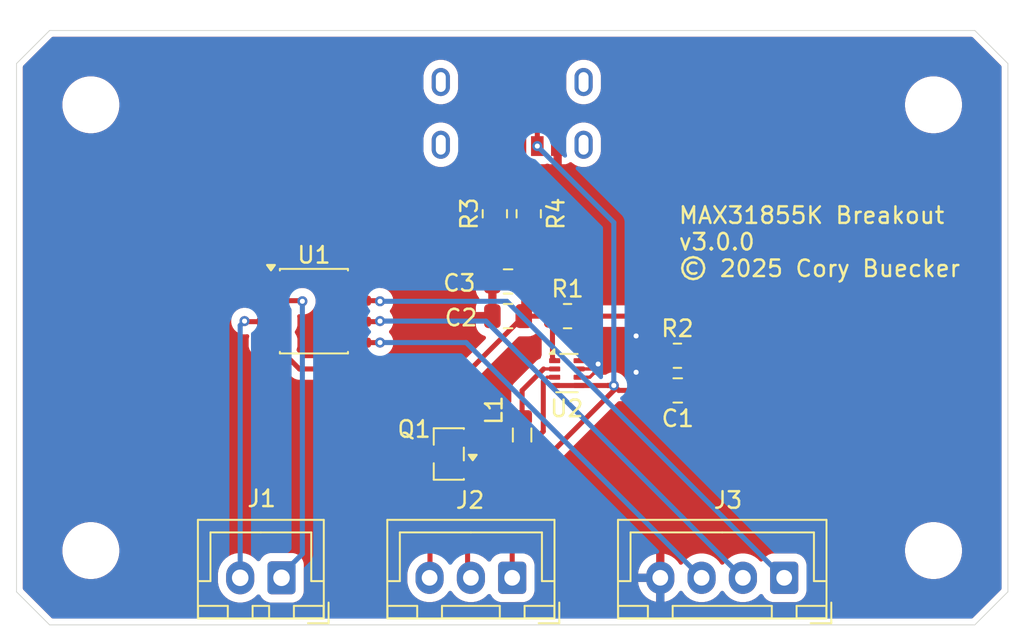
<source format=kicad_pcb>
(kicad_pcb (version 20241229) (generator "pcbnew") (generator_version "9.0")
  (title_block (title "MAX31855K Breakout") (date "2025-11-27") (rev "v3.0.0") (company "Cory Buecker") (comment 1 "© 2025 Stanton Cory Buecker"))
  (layers (0 "F.Cu" signal) (2 "B.Cu" signal) (13 "F.Paste" user) (15 "B.Paste" user) (5 "F.SilkS" user "F.Silkscreen") (7 "B.SilkS" user "B.Silkscreen") (1 "F.Mask" user) (3 "B.Mask" user) (25 "Edge.Cuts" user))
  (net 0 "")
  (net 1 "GND")
  (net 2 "Net-(U1-V_{CC})")
  (net 3 "Net-(J1-T+)")
  (net 4 "Net-(J1-T-)")
  (net 5 "Net-(U2-LX2)")
  (net 6 "Net-(U2-LX1)")
  (net 7 "Net-(U2-FB)")
  (net 9 "Net-(USB_C1-CC2)")
  (net 10 "Net-(USB_C1-CC1)")
  (net 11 "Net-(J2-+5V)")
  (net 12 "Net-(J2-GND)")
  (net 13 "Net-(J2-Signal)")
  (net 14 "Net-(J3-~{CS})")
  (net 15 "Net-(J3-SO)")
  (net 16 "Net-(J3-SCK)")
  (footprint "Package_TO_SOT_SMD:SOT-23-3" (layer "F.Cu") (at 133.1625 135.65 180)
    (property "Reference" "Q1" (at 2.1 1.5 0) (layer "F.SilkS"))
    (property "Value" "Q_NMOS_GSD")
    (fp_line (start 0.91 1.56) (end -0.91 1.56) (stroke (width 0.12)) (layer "F.SilkS"))
    (fp_line (start 0.91 0.56) (end 0.91 1.56) (stroke (width 0.12)) (layer "F.SilkS"))
    (fp_line (start 0.91 -1.56) (end 0.91 -0.56) (stroke (width 0.12)) (layer "F.SilkS"))
    (fp_line (start -0.91 1.56) (end -0.91 1.51) (stroke (width 0.12)) (layer "F.SilkS"))
    (fp_line (start -0.91 0.39) (end -0.91 -0.39) (stroke (width 0.12)) (layer "F.SilkS"))
    (fp_line (start -0.91 -1.51) (end -0.91 -1.56) (stroke (width 0.12)) (layer "F.SilkS"))
    (fp_line (start -0.91 -1.56) (end 0.91 -1.56) (stroke (width 0.12)) (layer "F.SilkS"))
    (fp_poly (pts (xy -1.45 -0.38) (xy -1.21 -0.05) (xy -1.69 -0.05)) (stroke (width 0.12)) (fill yes) (layer "F.SilkS"))
    (pad "1" smd roundrect (at -1.1375 -0.95 180) (size 1.325 0.6) (layers "F.Cu" "F.Mask" "F.Paste") (net 13 "Net-(J2-Signal)"))
    (pad "2" smd roundrect (at -1.1375 0.95 180) (size 1.325 0.6) (layers "F.Cu" "F.Mask" "F.Paste") (net 1 "GND"))
    (pad "3" smd roundrect (at 1.1375 0 180) (size 1.325 0.6) (layers "F.Cu" "F.Mask" "F.Paste") (net 12 "Net-(J2-GND)"))
  )
  (footprint "Resistor_SMD:R_0805_2012Metric" (layer "F.Cu") (at 147 129.7)
    (property "Reference" "R2" (at 0 -1.65 0) (layer "F.SilkS"))
    (property "Value" "91")
    (fp_line (start -0.227064 -0.735) (end 0.227064 -0.735) (stroke (width 0.12)) (layer "F.SilkS"))
    (fp_line (start -0.227064 0.735) (end 0.227064 0.735) (stroke (width 0.12)) (layer "F.SilkS"))
    (pad "1" smd roundrect (at -0.9125 0) (size 1.025 1.4) (layers "F.Cu" "F.Mask" "F.Paste") (roundrect_rratio 0.243902) (net 7 "Net-(U2-FB)"))
    (pad "2" smd roundrect (at 0.9125 0) (size 1.025 1.4) (layers "F.Cu" "F.Mask" "F.Paste") (roundrect_rratio 0.243902) (net 1 "GND"))
  )
  (footprint "Connector_JST:JST_XH_B3B-XH-A_1x03_P2.50mm_Vertical" (layer "F.Cu") (at 137 143.15 180)
    (property "Reference" "J2" (at 2.55 4.7 0) (layer "F.SilkS"))
    (property "Value" "Conn_01x03_Socket")
    (fp_line (start 7.56 3.51) (end 7.56 -2.46) (stroke (width 0.12)) (layer "F.SilkS"))
    (fp_line (start 7.56 -2.46) (end -2.56 -2.46) (stroke (width 0.12)) (layer "F.SilkS"))
    (fp_line (start 7.55 -0.2) (end 6.8 -0.2) (stroke (width 0.12)) (layer "F.SilkS"))
    (fp_line (start 7.55 -1.7) (end 7.55 -2.45) (stroke (width 0.12)) (layer "F.SilkS"))
    (fp_line (start 7.55 -2.45) (end 5.75 -2.45) (stroke (width 0.12)) (layer "F.SilkS"))
    (fp_line (start 6.8 2.75) (end 2.5 2.75) (stroke (width 0.12)) (layer "F.SilkS"))
    (fp_line (start 6.8 -0.2) (end 6.8 2.75) (stroke (width 0.12)) (layer "F.SilkS"))
    (fp_line (start 5.75 -1.7) (end 7.55 -1.7) (stroke (width 0.12)) (layer "F.SilkS"))
    (fp_line (start 5.75 -2.45) (end 5.75 -1.7) (stroke (width 0.12)) (layer "F.SilkS"))
    (fp_line (start 4.25 -1.7) (end 4.25 -2.45) (stroke (width 0.12)) (layer "F.SilkS"))
    (fp_line (start 4.25 -2.45) (end 0.75 -2.45) (stroke (width 0.12)) (layer "F.SilkS"))
    (fp_line (start 0.75 -1.7) (end 4.25 -1.7) (stroke (width 0.12)) (layer "F.SilkS"))
    (fp_line (start 0.75 -2.45) (end 0.75 -1.7) (stroke (width 0.12)) (layer "F.SilkS"))
    (fp_line (start -0.75 -1.7) (end -0.75 -2.45) (stroke (width 0.12)) (layer "F.SilkS"))
    (fp_line (start -0.75 -2.45) (end -2.55 -2.45) (stroke (width 0.12)) (layer "F.SilkS"))
    (fp_line (start -1.6 -2.75) (end -2.85 -2.75) (stroke (width 0.12)) (layer "F.SilkS"))
    (fp_line (start -1.8 2.75) (end 2.5 2.75) (stroke (width 0.12)) (layer "F.SilkS"))
    (fp_line (start -1.8 -0.2) (end -1.8 2.75) (stroke (width 0.12)) (layer "F.SilkS"))
    (fp_line (start -2.55 -0.2) (end -1.8 -0.2) (stroke (width 0.12)) (layer "F.SilkS"))
    (fp_line (start -2.55 -1.7) (end -0.75 -1.7) (stroke (width 0.12)) (layer "F.SilkS"))
    (fp_line (start -2.55 -2.45) (end -2.55 -1.7) (stroke (width 0.12)) (layer "F.SilkS"))
    (fp_line (start -2.56 3.51) (end 7.56 3.51) (stroke (width 0.12)) (layer "F.SilkS"))
    (fp_line (start -2.56 -2.46) (end -2.56 3.51) (stroke (width 0.12)) (layer "F.SilkS"))
    (fp_line (start -2.85 -2.75) (end -2.85 -1.5) (stroke (width 0.12)) (layer "F.SilkS"))
    (pad "1" thru_hole roundrect (at 0 0 180) (size 1.7 1.95) (drill 0.95) (layers "*.Cu" "*.Mask") (roundrect_rratio 0.147059) (net 11 "Net-(J2-+5V)"))
    (pad "2" thru_hole oval (at 2.5 0 180) (size 1.7 1.95) (drill 0.95) (layers "*.Cu" "*.Mask") (net 13 "Net-(J2-Signal)"))
    (pad "3" thru_hole oval (at 5 0 180) (size 1.7 1.95) (drill 0.95) (layers "*.Cu" "*.Mask") (net 12 "Net-(J2-GND)"))
  )
  (footprint "MountingHole:MountingHole_3.2mm_M3" (layer "F.Cu") (at 111.5 114.5)
    (property "Reference" "H1" (hide yes))
    (property "Value" "MountingHole")
    (pad "" np_thru_hole circle (at 0 0) (size 3.2 3.2) (drill 3.2) (layers "*.Cu" "*.Mask"))
  )
  (footprint "Resistor_SMD:R_0805_2012Metric" (layer "F.Cu") (at 138 121.1 -90)
    (property "Reference" "R4" (at 0 -1.65 90) (layer "F.SilkS"))
    (property "Value" "5.1k")
    (fp_line (start -0.227064 0.735) (end 0.227064 0.735) (stroke (width 0.12)) (layer "F.SilkS"))
    (fp_line (start -0.227064 -0.735) (end 0.227064 -0.735) (stroke (width 0.12)) (layer "F.SilkS"))
    (pad "1" smd roundrect (at -0.9125 0 270) (size 1.025 1.4) (layers "F.Cu" "F.Mask" "F.Paste") (roundrect_rratio 0.243902) (net 10 "Net-(USB_C1-CC1)"))
    (pad "2" smd roundrect (at 0.9125 0 270) (size 1.025 1.4) (layers "F.Cu" "F.Mask" "F.Paste") (roundrect_rratio 0.243902) (net 1 "GND"))
  )
  (footprint "Package_SO:SOIC-8_3.9x4.9mm_P1.27mm" (layer "F.Cu") (at 125 127)
    (property "Reference" "U1" (at 0 -3.4 0) (layer "F.SilkS"))
    (property "Value" "MAX31855KASA")
    (fp_line (start -2.06 -2.56) (end 2.06 -2.56) (stroke (width 0.12)) (layer "F.SilkS"))
    (fp_line (start -2.06 -2.465) (end -2.06 -2.56) (stroke (width 0.12)) (layer "F.SilkS"))
    (fp_line (start -2.06 2.56) (end -2.06 2.465) (stroke (width 0.12)) (layer "F.SilkS"))
    (fp_line (start 2.06 -2.56) (end 2.06 -2.465) (stroke (width 0.12)) (layer "F.SilkS"))
    (fp_line (start 2.06 2.465) (end 2.06 2.56) (stroke (width 0.12)) (layer "F.SilkS"))
    (fp_line (start 2.06 2.56) (end -2.06 2.56) (stroke (width 0.12)) (layer "F.SilkS"))
    (fp_poly (pts (xy -2.6 -2.47) (xy -2.84 -2.8) (xy -2.36 -2.8)) (stroke (width 0.12)) (fill yes) (layer "F.SilkS"))
    (pad "1" smd roundrect (at -2.475 -1.905) (size 1.95 0.6) (layers "F.Cu" "F.Mask" "F.Paste") (net 1 "GND"))
    (pad "2" smd roundrect (at -2.475 -0.635) (size 1.95 0.6) (layers "F.Cu" "F.Mask" "F.Paste") (net 4 "Net-(J1-T-)"))
    (pad "3" smd roundrect (at -2.475 0.635) (size 1.95 0.6) (layers "F.Cu" "F.Mask" "F.Paste") (net 3 "Net-(J1-T+)"))
    (pad "4" smd roundrect (at -2.475 1.905) (size 1.95 0.6) (layers "F.Cu" "F.Mask" "F.Paste") (net 2 "Net-(U1-V_{CC})"))
    (pad "5" smd roundrect (at 2.475 1.905) (size 1.95 0.6) (layers "F.Cu" "F.Mask" "F.Paste") (net 16 "Net-(J3-SCK)"))
    (pad "6" smd roundrect (at 2.475 0.635) (size 1.95 0.6) (layers "F.Cu" "F.Mask" "F.Paste") (net 14 "Net-(J3-~{CS})"))
    (pad "7" smd roundrect (at 2.475 -0.635) (size 1.95 0.6) (layers "F.Cu" "F.Mask" "F.Paste") (net 15 "Net-(J3-SO)"))
    (pad "8" smd roundrect (at 2.475 -1.905) (size 1.95 0.6) (layers "F.Cu" "F.Mask" "F.Paste"))
  )
  (footprint "User:USB_C_Receptacle" (layer "F.Cu") (at 137 114)
    (property "Reference" "USB_C1" (hide yes))
    (property "Value" "USB_C_Receptacle")
    (pad "A5" smd rect (at 0.5 3 180) (size 0.7 1.2) (layers "F.Cu" "F.Mask" "F.Paste") (net 10 "Net-(USB_C1-CC1)"))
    (pad "A9" smd rect (at -1.52 3 180) (size 0.76 1.2) (layers "F.Cu" "F.Mask" "F.Paste") (net 11 "Net-(J2-+5V)"))
    (pad "A12" smd rect (at -2.75 3 180) (size 0.8 1.2) (layers "F.Cu" "F.Mask" "F.Paste") (net 1 "GND"))
    (pad "B5" smd rect (at -0.5 3 180) (size 0.7 1.2) (layers "F.Cu" "F.Mask" "F.Paste") (net 9 "Net-(USB_C1-CC2)"))
    (pad "B9" smd rect (at 1.52 3 180) (size 0.76 1.2) (layers "F.Cu" "F.Mask" "F.Paste") (net 11 "Net-(J2-+5V)"))
    (pad "B12" smd rect (at 2.75 3 180) (size 0.8 1.2) (layers "F.Cu" "F.Mask" "F.Paste") (net 1 "GND"))
    (pad "S1" thru_hole oval (at -4.32 -0.88 180) (size 1.1 1.7) (drill oval 0.6 1.2) (property pad_prop_heatsink) (layers "*.Cu" "*.Mask"))
    (pad "S1" thru_hole oval (at -4.32 2.92 180) (size 1.1 1.7) (drill oval 0.6 1.2) (property pad_prop_heatsink) (layers "*.Cu" "*.Mask"))
    (pad "S1" thru_hole oval (at 4.32 -0.88 180) (size 1.1 1.7) (drill oval 0.6 1.2) (property pad_prop_heatsink) (layers "*.Cu" "*.Mask"))
    (pad "S1" thru_hole oval (at 4.32 2.92 180) (size 1.1 1.7) (drill oval 0.6 1.2) (property pad_prop_heatsink) (layers "*.Cu" "*.Mask"))
  )
  (footprint "Package_TO_SOT_SMD:SOT-583-8" (layer "F.Cu") (at 140.31 130.75)
    (property "Reference" "U2" (at -0.01 2.15 0) (layer "F.SilkS"))
    (property "Value" "TPS631000")
    (fp_line (start 0.65 -1.16) (end -0.4 -1.16) (stroke (width 0.12)) (layer "F.SilkS"))
    (fp_line (start 0.65 1.16) (end -0.65 1.16) (stroke (width 0.12)) (layer "F.SilkS"))
    (fp_poly (pts (xy -0.76 -1.16) (xy -1.04 -1.16) (xy -0.76 -1.44) (xy -0.76 -1.16)) (stroke (width 0.12)) (fill yes) (layer "F.SilkS"))
    (pad "1" smd roundrect (at -0.74 -0.75) (size 0.67 0.3) (layers "F.Cu" "F.Mask" "F.Paste") (roundrect_rratio 0.1666666667) (net 2 "Net-(U1-V_{CC})"))
    (pad "2" smd roundrect (at -0.74 -0.25) (size 0.67 0.3) (layers "F.Cu" "F.Mask" "F.Paste") (roundrect_rratio 0.1666666667) (net 5 "Net-(U2-LX2)"))
    (pad "3" smd roundrect (at -0.74 0.25) (size 0.67 0.3) (layers "F.Cu" "F.Mask" "F.Paste") (roundrect_rratio 0.1666666667) (net 6 "Net-(U2-LX1)"))
    (pad "4" smd roundrect (at -0.74 0.75) (size 0.67 0.3) (layers "F.Cu" "F.Mask" "F.Paste") (roundrect_rratio 0.1666666667) (net 11 "Net-(J2-+5V)"))
    (pad "5" smd roundrect (at 0.74 0.75) (size 0.67 0.3) (layers "F.Cu" "F.Mask" "F.Paste") (roundrect_rratio 0.1666666667) (net 11 "Net-(J2-+5V)"))
    (pad "6" smd roundrect (at 0.74 0.25) (size 0.67 0.3) (layers "F.Cu" "F.Mask" "F.Paste") (roundrect_rratio 0.1666666667) (net 1 "GND"))
    (pad "7" smd roundrect (at 0.74 -0.25) (size 0.67 0.3) (layers "F.Cu" "F.Mask" "F.Paste") (roundrect_rratio 0.1666666667) (net 1 "GND"))
    (pad "8" smd roundrect (at 0.74 -0.75) (size 0.67 0.3) (layers "F.Cu" "F.Mask" "F.Paste") (roundrect_rratio 0.1666666667) (net 7 "Net-(U2-FB)"))
  )
  (footprint "Connector_JST:JST_XH_B4B-XH-A_1x04_P2.50mm_Vertical" (layer "F.Cu") (at 153.4625 143.15 180)
    (property "Reference" "J3" (at 3.4 4.7 0) (layer "F.SilkS"))
    (property "Value" "Conn_01x04_Socket")
    (fp_line (start 10.06 3.51) (end 10.06 -2.46) (stroke (width 0.12)) (layer "F.SilkS"))
    (fp_line (start 10.06 -2.46) (end -2.56 -2.46) (stroke (width 0.12)) (layer "F.SilkS"))
    (fp_line (start 10.05 -0.2) (end 9.3 -0.2) (stroke (width 0.12)) (layer "F.SilkS"))
    (fp_line (start 10.05 -1.7) (end 10.05 -2.45) (stroke (width 0.12)) (layer "F.SilkS"))
    (fp_line (start 10.05 -2.45) (end 8.25 -2.45) (stroke (width 0.12)) (layer "F.SilkS"))
    (fp_line (start 9.3 2.75) (end 3.75 2.75) (stroke (width 0.12)) (layer "F.SilkS"))
    (fp_line (start 9.3 -0.2) (end 9.3 2.75) (stroke (width 0.12)) (layer "F.SilkS"))
    (fp_line (start 8.25 -1.7) (end 10.05 -1.7) (stroke (width 0.12)) (layer "F.SilkS"))
    (fp_line (start 8.25 -2.45) (end 8.25 -1.7) (stroke (width 0.12)) (layer "F.SilkS"))
    (fp_line (start 6.75 -1.7) (end 6.75 -2.45) (stroke (width 0.12)) (layer "F.SilkS"))
    (fp_line (start 6.75 -2.45) (end 0.75 -2.45) (stroke (width 0.12)) (layer "F.SilkS"))
    (fp_line (start 0.75 -1.7) (end 6.75 -1.7) (stroke (width 0.12)) (layer "F.SilkS"))
    (fp_line (start 0.75 -2.45) (end 0.75 -1.7) (stroke (width 0.12)) (layer "F.SilkS"))
    (fp_line (start -0.75 -1.7) (end -0.75 -2.45) (stroke (width 0.12)) (layer "F.SilkS"))
    (fp_line (start -0.75 -2.45) (end -2.55 -2.45) (stroke (width 0.12)) (layer "F.SilkS"))
    (fp_line (start -1.6 -2.75) (end -2.85 -2.75) (stroke (width 0.12)) (layer "F.SilkS"))
    (fp_line (start -1.8 2.75) (end 3.75 2.75) (stroke (width 0.12)) (layer "F.SilkS"))
    (fp_line (start -1.8 -0.2) (end -1.8 2.75) (stroke (width 0.12)) (layer "F.SilkS"))
    (fp_line (start -2.55 -0.2) (end -1.8 -0.2) (stroke (width 0.12)) (layer "F.SilkS"))
    (fp_line (start -2.55 -1.7) (end -0.75 -1.7) (stroke (width 0.12)) (layer "F.SilkS"))
    (fp_line (start -2.55 -2.45) (end -2.55 -1.7) (stroke (width 0.12)) (layer "F.SilkS"))
    (fp_line (start -2.56 3.51) (end 10.06 3.51) (stroke (width 0.12)) (layer "F.SilkS"))
    (fp_line (start -2.56 -2.46) (end -2.56 3.51) (stroke (width 0.12)) (layer "F.SilkS"))
    (fp_line (start -2.85 -2.75) (end -2.85 -1.5) (stroke (width 0.12)) (layer "F.SilkS"))
    (pad "1" thru_hole roundrect (at 0 0 180) (size 1.7 1.95) (drill 0.95) (layers "*.Cu" "*.Mask") (roundrect_rratio 0.147059) (net 15 "Net-(J3-SO)"))
    (pad "2" thru_hole oval (at 2.5 0 180) (size 1.7 1.95) (drill 0.95) (layers "*.Cu" "*.Mask") (net 14 "Net-(J3-~{CS})"))
    (pad "3" thru_hole oval (at 5 0 180) (size 1.7 1.95) (drill 0.95) (layers "*.Cu" "*.Mask") (net 16 "Net-(J3-SCK)"))
    (pad "4" thru_hole oval (at 7.5 0 180) (size 1.7 1.95) (drill 0.95) (layers "*.Cu" "*.Mask") (net 1 "GND"))
  )
  (footprint "Resistor_SMD:R_0805_2012Metric" (layer "F.Cu") (at 135.95 121.1 -90)
    (property "Reference" "R3" (at 0 1.55 90) (layer "F.SilkS"))
    (property "Value" "5.1k")
    (fp_line (start -0.227064 0.735) (end 0.227064 0.735) (stroke (width 0.12)) (layer "F.SilkS"))
    (fp_line (start -0.227064 -0.735) (end 0.227064 -0.735) (stroke (width 0.12)) (layer "F.SilkS"))
    (pad "1" smd roundrect (at -0.9125 0 270) (size 1.025 1.4) (layers "F.Cu" "F.Mask" "F.Paste") (roundrect_rratio 0.243902) (net 9 "Net-(USB_C1-CC2)"))
    (pad "2" smd roundrect (at 0.9125 0 270) (size 1.025 1.4) (layers "F.Cu" "F.Mask" "F.Paste") (roundrect_rratio 0.243902) (net 1 "GND"))
  )
  (footprint "MountingHole:MountingHole_3.2mm_M3" (layer "F.Cu") (at 162.5 141.5)
    (property "Reference" "H4" (hide yes))
    (property "Value" "MountingHole")
    (pad "" np_thru_hole circle (at 0 0) (size 3.2 3.2) (drill 3.2) (layers "*.Cu" "*.Mask"))
  )
  (footprint "Capacitor_SMD:C_0805_2012Metric" (layer "F.Cu") (at 147.02 131.8)
    (property "Reference" "C1" (at 0 1.7 0) (layer "F.SilkS"))
    (property "Value" "22uF")
    (fp_line (start -0.261252 -0.735) (end 0.261252 -0.735) (stroke (width 0.12)) (layer "F.SilkS"))
    (fp_line (start -0.261252 0.735) (end 0.261252 0.735) (stroke (width 0.12)) (layer "F.SilkS"))
    (pad "1" smd roundrect (at -0.95 0) (size 1 1.45) (layers "F.Cu" "F.Mask" "F.Paste") (net 11 "Net-(J2-+5V)"))
    (pad "2" smd roundrect (at 0.95 0) (size 1 1.45) (layers "F.Cu" "F.Mask" "F.Paste") (net 1 "GND"))
  )
  (footprint "Resistor_SMD:R_0805_2012Metric" (layer "F.Cu") (at 140.35 127.3)
    (property "Reference" "R1" (at 0 -1.65 0) (layer "F.SilkS"))
    (property "Value" "511")
    (fp_line (start -0.227064 -0.735) (end 0.227064 -0.735) (stroke (width 0.12)) (layer "F.SilkS"))
    (fp_line (start -0.227064 0.735) (end 0.227064 0.735) (stroke (width 0.12)) (layer "F.SilkS"))
    (pad "1" smd roundrect (at -0.9125 0) (size 1.025 1.4) (layers "F.Cu" "F.Mask" "F.Paste") (roundrect_rratio 0.243902) (net 2 "Net-(U1-V_{CC})"))
    (pad "2" smd roundrect (at 0.9125 0) (size 1.025 1.4) (layers "F.Cu" "F.Mask" "F.Paste") (roundrect_rratio 0.243902) (net 7 "Net-(U2-FB)"))
  )
  (footprint "Connector_JST:JST_XH_B2B-XH-A_1x02_P2.50mm_Vertical" (layer "F.Cu") (at 123.0375 143.15 180)
    (property "Reference" "J1" (at 1.2 4.8 0) (layer "F.SilkS"))
    (property "Value" "Conn_01x02_Socket")
    (fp_line (start 5.06 3.51) (end 5.06 -2.46) (stroke (width 0.12)) (layer "F.SilkS"))
    (fp_line (start 5.06 -2.46) (end -2.56 -2.46) (stroke (width 0.12)) (layer "F.SilkS"))
    (fp_line (start 5.05 -0.2) (end 4.3 -0.2) (stroke (width 0.12)) (layer "F.SilkS"))
    (fp_line (start 5.05 -1.7) (end 5.05 -2.45) (stroke (width 0.12)) (layer "F.SilkS"))
    (fp_line (start 5.05 -2.45) (end 3.25 -2.45) (stroke (width 0.12)) (layer "F.SilkS"))
    (fp_line (start 4.3 2.75) (end 1.25 2.75) (stroke (width 0.12)) (layer "F.SilkS"))
    (fp_line (start 4.3 -0.2) (end 4.3 2.75) (stroke (width 0.12)) (layer "F.SilkS"))
    (fp_line (start 3.25 -1.7) (end 5.05 -1.7) (stroke (width 0.12)) (layer "F.SilkS"))
    (fp_line (start 3.25 -2.45) (end 3.25 -1.7) (stroke (width 0.12)) (layer "F.SilkS"))
    (fp_line (start 1.75 -1.7) (end 1.75 -2.45) (stroke (width 0.12)) (layer "F.SilkS"))
    (fp_line (start 1.75 -2.45) (end 0.75 -2.45) (stroke (width 0.12)) (layer "F.SilkS"))
    (fp_line (start 0.75 -1.7) (end 1.75 -1.7) (stroke (width 0.12)) (layer "F.SilkS"))
    (fp_line (start 0.75 -2.45) (end 0.75 -1.7) (stroke (width 0.12)) (layer "F.SilkS"))
    (fp_line (start -0.75 -1.7) (end -0.75 -2.45) (stroke (width 0.12)) (layer "F.SilkS"))
    (fp_line (start -0.75 -2.45) (end -2.55 -2.45) (stroke (width 0.12)) (layer "F.SilkS"))
    (fp_line (start -1.6 -2.75) (end -2.85 -2.75) (stroke (width 0.12)) (layer "F.SilkS"))
    (fp_line (start -1.8 2.75) (end 1.25 2.75) (stroke (width 0.12)) (layer "F.SilkS"))
    (fp_line (start -1.8 -0.2) (end -1.8 2.75) (stroke (width 0.12)) (layer "F.SilkS"))
    (fp_line (start -2.55 -0.2) (end -1.8 -0.2) (stroke (width 0.12)) (layer "F.SilkS"))
    (fp_line (start -2.55 -1.7) (end -0.75 -1.7) (stroke (width 0.12)) (layer "F.SilkS"))
    (fp_line (start -2.55 -2.45) (end -2.55 -1.7) (stroke (width 0.12)) (layer "F.SilkS"))
    (fp_line (start -2.56 3.51) (end 5.06 3.51) (stroke (width 0.12)) (layer "F.SilkS"))
    (fp_line (start -2.56 -2.46) (end -2.56 3.51) (stroke (width 0.12)) (layer "F.SilkS"))
    (fp_line (start -2.85 -2.75) (end -2.85 -1.5) (stroke (width 0.12)) (layer "F.SilkS"))
    (pad "1" thru_hole roundrect (at 0 0 180) (size 1.7 2) (drill 1) (layers "*.Cu" "*.Mask") (roundrect_rratio 0.147059) (net 4 "Net-(J1-T-)"))
    (pad "2" thru_hole oval (at 2.5 0 180) (size 1.7 2) (drill 1) (layers "*.Cu" "*.Mask") (net 3 "Net-(J1-T+)"))
  )
  (footprint "MountingHole:MountingHole_3.2mm_M3" (layer "F.Cu") (at 111.5 141.5)
    (property "Reference" "H2" (hide yes))
    (property "Value" "MountingHole")
    (pad "" np_thru_hole circle (at 0 0) (size 3.2 3.2) (drill 3.2) (layers "*.Cu" "*.Mask"))
  )
  (footprint "Inductor_SMD:L_0805_2012Metric" (layer "F.Cu") (at 137.6 134.5 90)
    (property "Reference" "L1" (at 1.5 -1.7 90) (layer "F.SilkS"))
    (property "Value" "1uH")
    (fp_line (start -0.399622 -0.56) (end 0.399622 -0.56) (stroke (width 0.12)) (layer "F.SilkS"))
    (fp_line (start -0.399622 0.56) (end 0.399622 0.56) (stroke (width 0.12)) (layer "F.SilkS"))
    (pad "1" smd roundrect (at -1.0625 0 90) (size 0.875 1.2) (layers "F.Cu" "F.Mask" "F.Paste") (net 6 "Net-(U2-LX1)"))
    (pad "2" smd roundrect (at 1.0625 0 90) (size 0.875 1.2) (layers "F.Cu" "F.Mask" "F.Paste") (net 5 "Net-(U2-LX2)"))
  )
  (footprint "Capacitor_SMD:C_0805_2012Metric" (layer "F.Cu") (at 136.75 127.3)
    (property "Reference" "C2" (at -2.85 0.1 0) (layer "F.SilkS"))
    (property "Value" "47uF")
    (fp_line (start -0.261252 -0.735) (end 0.261252 -0.735) (stroke (width 0.12)) (layer "F.SilkS"))
    (fp_line (start -0.261252 0.735) (end 0.261252 0.735) (stroke (width 0.12)) (layer "F.SilkS"))
    (pad "1" smd roundrect (at -0.95 0) (size 1 1.45) (layers "F.Cu" "F.Mask" "F.Paste") (net 1 "GND"))
    (pad "2" smd roundrect (at 0.95 0) (size 1 1.45) (layers "F.Cu" "F.Mask" "F.Paste") (net 2 "Net-(U1-V_{CC})"))
  )
  (footprint "Capacitor_SMD:C_0805_2012Metric" (layer "F.Cu") (at 136.75 125.2)
    (property "Reference" "C3" (at -2.95 0.1 0) (layer "F.SilkS"))
    (property "Value" "0.1uF")
    (fp_line (start -0.261252 -0.735) (end 0.261252 -0.735) (stroke (width 0.12)) (layer "F.SilkS"))
    (fp_line (start -0.261252 0.735) (end 0.261252 0.735) (stroke (width 0.12)) (layer "F.SilkS"))
    (pad "1" smd roundrect (at -0.95 0) (size 1 1.45) (layers "F.Cu" "F.Mask" "F.Paste") (net 1 "GND"))
    (pad "2" smd roundrect (at 0.95 0) (size 1 1.45) (layers "F.Cu" "F.Mask" "F.Paste") (net 2 "Net-(U1-V_{CC})"))
  )
  (footprint "MountingHole:MountingHole_3.2mm_M3" (layer "F.Cu") (at 162.5 114.5)
    (property "Reference" "H3" (hide yes))
    (property "Value" "MountingHole")
    (pad "" np_thru_hole circle (at 0 0) (size 3.2 3.2) (drill 3.2) (layers "*.Cu" "*.Mask"))
  )
  (gr_line (start 109 110) (end 165 110) (stroke (width 0.05)) (layer "Edge.Cuts"))
  (gr_line (start 109 146) (end 165 146) (stroke (width 0.05)) (layer "Edge.Cuts"))
  (gr_line (start 167 144) (end 167 112) (stroke (width 0.05)) (layer "Edge.Cuts"))
  (gr_line (start 107 144) (end 109 146) (stroke (width 0.05)) (layer "Edge.Cuts"))
  (gr_line (start 165 110) (end 167 112) (stroke (width 0.05)) (layer "Edge.Cuts"))
  (gr_line (start 107 144) (end 107 112) (stroke (width 0.05)) (layer "Edge.Cuts"))
  (gr_line (start 165 146) (end 167 144) (stroke (width 0.05)) (layer "Edge.Cuts"))
  (gr_line (start 107 112) (end 109 110) (stroke (width 0.05)) (layer "Edge.Cuts"))
  (gr_text "MAX31855K Breakout\nv3.0.0\n© 2025 Cory Buecker" (at 147 125 0) (layer "F.SilkS") (effects (font (size 1 1)) (justify left bottom)))
  (segment (start 141.8 130.5) (end 141.05 130.5) (width 0.2) (layer "F.Cu") (net 1))
  (segment (start 141.7 131) (end 141.05 131) (width 0.2) (layer "F.Cu") (net 1))
  (segment (start 142.3 130.4) (end 141.7 131) (width 0.2) (layer "F.Cu") (net 1))
  (segment (start 142.2 130.2) (end 142.3 130.3) (width 0.2) (layer "F.Cu") (net 1))
  (segment (start 142.3 130.3) (end 142.3 130.4) (width 0.2) (layer "F.Cu") (net 1))
  (segment (start 142 130.4) (end 141.9 130.4) (width 0.2) (layer "F.Cu") (net 1))
  (segment (start 141.9 130.4) (end 141.8 130.5) (width 0.2) (layer "F.Cu") (net 1))
  (segment (start 142.2 130.2) (end 142 130.4) (width 0.2) (layer "F.Cu") (net 1))
  (via (at 142.2 130.2) (size 0.6) (drill 0.3) (layers "F.Cu" "B.Cu") (net 1))
  (via (at 144.5 130.7) (size 0.6096) (drill 0.3048) (layers "F.Cu" "B.Cu") (net 1))
  (via (at 144.5 128.5) (size 0.6096) (drill 0.3048) (layers "F.Cu" "B.Cu") (net 1))
  (segment (start 139.4375 127.3) (end 139.4375 129.8641) (width 0.3048) (layer "F.Cu") (net 2))
  (segment (start 137.7 125.2) (end 137.7 127.3) (width 0.3048) (layer "F.Cu") (net 2))
  (segment (start 139.4375 129.8641) (end 139.57 129.9966) (width 0.3048) (layer "F.Cu") (net 2))
  (segment (start 137.7 127.3) (end 139.4375 127.3) (width 0.3048) (layer "F.Cu") (net 2))
  (segment (start 137.7 127.3) (end 134.5 130.5) (width 0.3048) (layer "F.Cu") (net 2))
  (segment (start 134.5 130.5) (end 124.12 130.5) (width 0.3048) (layer "F.Cu") (net 2))
  (segment (start 124.12 130.5) (end 122.525 128.905) (width 0.3048) (layer "F.Cu") (net 2))
  (segment (start 120.835 127.635) (end 120.8 127.6) (width 0.3048) (layer "F.Cu") (net 3))
  (segment (start 122.525 127.635) (end 120.835 127.635) (width 0.3048) (layer "F.Cu") (net 3))
  (via (at 120.8 127.6) (size 0.6096) (drill 0.3048) (layers "F.Cu" "B.Cu") (net 3))
  (segment (start 120.5375 127.8625) (end 120.5375 143.15) (width 0.3048) (layer "B.Cu") (net 3))
  (segment (start 120.8 127.6) (end 120.5375 127.8625) (width 0.3048) (layer "B.Cu") (net 3))
  (segment (start 122.525 126.365) (end 124.265 126.365) (width 0.3048) (layer "F.Cu") (net 4))
  (segment (start 124.265 126.365) (end 124.3 126.4) (width 0.3048) (layer "F.Cu") (net 4))
  (via (at 124.3 126.4) (size 0.6096) (drill 0.3048) (layers "F.Cu" "B.Cu") (net 4))
  (segment (start 124.3 141.7) (end 123.0375 142.9625) (width 0.3048) (layer "B.Cu") (net 4))
  (segment (start 123.0375 142.9625) (end 123.0375 143.15) (width 0.3048) (layer "B.Cu") (net 4))
  (segment (start 124.3 126.4) (end 124.3 141.7) (width 0.3048) (layer "B.Cu") (net 4))
  (segment (start 137.6 133.4375) (end 137.6 131.8) (width 0.3048) (layer "F.Cu") (net 5))
  (segment (start 139.57 130.5) (end 138.9 130.5) (width 0.2) (layer "F.Cu") (net 5))
  (segment (start 137.6 131.8) (end 138.9 130.5) (width 0.3048) (layer "F.Cu") (net 5))
  (segment (start 137.6 135.5625) (end 138.8816 134.2809) (width 0.3048) (layer "F.Cu") (net 6))
  (segment (start 138.8816 134.2809) (end 138.8816 131.23371) (width 0.3048) (layer "F.Cu") (net 6))
  (segment (start 139.11531 131) (end 138.8816 131.23371) (width 0.2) (layer "F.Cu") (net 6))
  (segment (start 139.57 131) (end 139.11531 131) (width 0.2) (layer "F.Cu") (net 6))
  (segment (start 141.2625 127.3) (end 141.2625 129.7841) (width 0.3048) (layer "F.Cu") (net 7))
  (segment (start 141.2625 129.7841) (end 141.05 129.9966) (width 0.3048) (layer "F.Cu") (net 7))
  (segment (start 146.0875 129.7) (end 146.0875 127.3125) (width 0.3048) (layer "F.Cu") (net 7))
  (segment (start 146.0875 127.3125) (end 146.1 127.3) (width 0.3048) (layer "F.Cu") (net 7))
  (segment (start 146.1 127.3) (end 141.2625 127.3) (width 0.3048) (layer "F.Cu") (net 7))
  (segment (start 136.5 117) (end 136.5 119.6375) (width 0.3048) (layer "F.Cu") (net 9))
  (segment (start 136.5 119.6375) (end 135.95 120.1875) (width 0.3048) (layer "F.Cu") (net 9))
  (segment (start 137.5 117) (end 137.5 119.6875) (width 0.3048) (layer "F.Cu") (net 10))
  (segment (start 137.5 119.6875) (end 138 120.1875) (width 0.3048) (layer "F.Cu") (net 10))
  (segment (start 143.15 131.8) (end 137 137.95) (width 0.3048) (layer "F.Cu") (net 11))
  (segment (start 143.15 131.5) (end 142.8068 131.5) (width 0.3048) (layer "F.Cu") (net 11))
  (segment (start 138.52 116.0952) (end 138.52 117) (width 0.3048) (layer "F.Cu") (net 11))
  (segment (start 143.15 131.5) (end 143.15 131.8) (width 0.3048) (layer "F.Cu") (net 11))
  (segment (start 138.4714 116.0466) (end 138.52 116.0952) (width 0.3048) (layer "F.Cu") (net 11))
  (segment (start 135.9534 116.0466) (end 138.4714 116.0466) (width 0.3048) (layer "F.Cu") (net 11))
  (segment (start 143.45 131.8) (end 146.07 131.8) (width 0.3048) (layer "F.Cu") (net 11))
  (segment (start 135.48 117) (end 135.48 116.52) (width 0.3048) (layer "F.Cu") (net 11))
  (segment (start 142.8034 131.5034) (end 139.57 131.5034) (width 0.3048) (layer "F.Cu") (net 11))
  (segment (start 137 137.95) (end 137 143.15) (width 0.3048) (layer "F.Cu") (net 11))
  (segment (start 143.15 131.5) (end 143.45 131.8) (width 0.3048) (layer "F.Cu") (net 11))
  (segment (start 142.8068 131.5) (end 142.8034 131.5034) (width 0.3048) (layer "F.Cu") (net 11))
  (segment (start 135.48 116.52) (end 135.9534 116.0466) (width 0.3048) (layer "F.Cu") (net 11))
  (via (at 143.15 131.5) (size 0.6096) (drill 0.3048) (layers "F.Cu" "B.Cu") (net 11))
  (via (at 138.52 117) (size 0.6096) (drill 0.3048) (layers "F.Cu" "B.Cu") (net 11))
  (segment (start 143.15 121.63) (end 143.15 131.5) (width 0.3048) (layer "B.Cu") (net 11))
  (segment (start 138.52 117) (end 143.15 121.63) (width 0.3048) (layer "B.Cu") (net 11))
  (segment (start 132.025 143.125) (end 132 143.15) (width 0.3048) (layer "F.Cu") (net 12))
  (segment (start 132.025 135.65) (end 132.025 143.125) (width 0.3048) (layer "F.Cu") (net 12))
  (segment (start 134.3 142.95) (end 134.5 143.15) (width 0.3048) (layer "F.Cu") (net 13))
  (segment (start 134.3 136.6) (end 134.3 142.95) (width 0.3048) (layer "F.Cu") (net 13))
  (segment (start 127.475 127.635) (end 128.965 127.635) (width 0.3048) (layer "F.Cu") (net 14))
  (segment (start 128.965 127.635) (end 129 127.6) (width 0.3048) (layer "F.Cu") (net 14))
  (via (at 129 127.6) (size 0.6096) (drill 0.3048) (layers "F.Cu" "B.Cu") (net 14))
  (segment (start 135.4125 127.6) (end 150.9625 143.15) (width 0.3048) (layer "B.Cu") (net 14))
  (segment (start 150.9625 142.9625) (end 150.9625 143.15) (width 0.3048) (layer "B.Cu") (net 14))
  (segment (start 129 127.6) (end 135.4125 127.6) (width 0.3048) (layer "B.Cu") (net 14))
  (segment (start 127.475 126.365) (end 128.965 126.365) (width 0.3048) (layer "F.Cu") (net 15))
  (segment (start 128.965 126.365) (end 129 126.4) (width 0.3048) (layer "F.Cu") (net 15))
  (via (at 129 126.4) (size 0.6096) (drill 0.3048) (layers "F.Cu" "B.Cu") (net 15))
  (segment (start 153.425952 143.15) (end 153.4625 143.15) (width 0.3048) (layer "B.Cu") (net 15))
  (segment (start 136.675952 126.4) (end 153.425952 143.15) (width 0.3048) (layer "B.Cu") (net 15))
  (segment (start 129 126.4) (end 136.675952 126.4) (width 0.3048) (layer "B.Cu") (net 15))
  (segment (start 128.995 128.905) (end 129 128.9) (width 0.3048) (layer "F.Cu") (net 16))
  (segment (start 127.475 128.905) (end 128.995 128.905) (width 0.3048) (layer "F.Cu") (net 16))
  (via (at 129 128.9) (size 0.6096) (drill 0.3048) (layers "F.Cu" "B.Cu") (net 16))
  (segment (start 129 128.9) (end 134.2125 128.9) (width 0.3048) (layer "B.Cu") (net 16))
  (segment (start 148.4625 143.0625) (end 148.4625 143.15) (width 0.3048) (layer "B.Cu") (net 16))
  (segment (start 134.2125 128.9) (end 148.4625 143.15) (width 0.3048) (layer "B.Cu") (net 16))
  (zone (net 1) (net_name "GND") (layers "F.Cu" "B.Cu") (connect_pads (clearance 0.5)) (min_thickness 0.25) (fill yes (thermal_gap 0.5) (thermal_bridge_width 0.5))
    (polygon (pts (xy 106 109) (xy 106 147) (xy 168 147) (xy 168 109)))
  )
)
</source>
